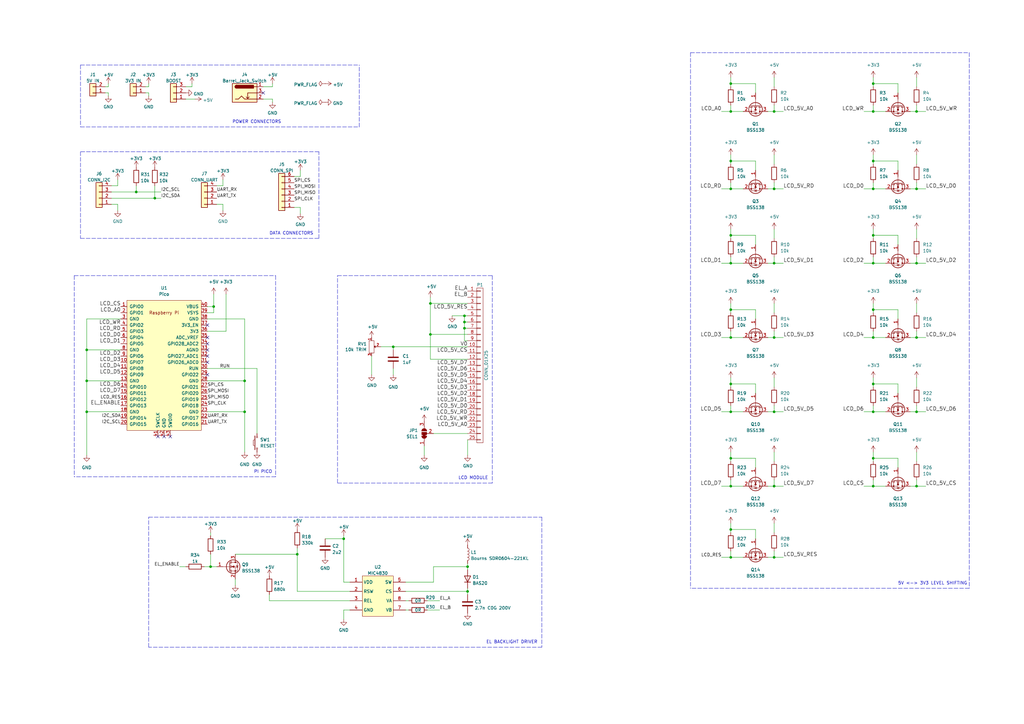
<source format=kicad_sch>
(kicad_sch (version 20211123) (generator eeschema)
  (paper "A3")
  (lib_symbols
    (symbol "Connector:Barrel_Jack_Switch" (pin_names hide)
      (property "Reference" "J" (at 0 5.334 0))
      (property "Value" "Barrel_Jack_Switch" (at 0 -5.08 0))
      (symbol "Barrel_Jack_Switch_1_1"
        (pin passive line (at 7.62 2.54 180) (length 2.54) (name "~") (number "1"))
        (pin passive line (at 7.62 -2.54 180) (length 2.54) (name "~") (number "2"))
        (pin passive line (at 7.62 0 180) (length 2.54) (name "~") (number "3"))
      )
    )
    (symbol "Connector_Generic:Conn_01x02" (pin_names (offset 1.016) hide)
      (property "Reference" "J" (at 0 2.54 0))
      (property "Value" "Conn_01x02" (at 0 -5.08 0))
      (symbol "Conn_01x02_1_1"
        (pin passive line (at -5.08 0 0) (length 3.81) (name "Pin_1") (number "1"))
        (pin passive line (at -5.08 -2.54 0) (length 3.81) (name "Pin_2") (number "2"))
      )
    )
    (symbol "Connector_Generic:Conn_01x03" (pin_names (offset 1.016) hide)
      (property "Reference" "J" (at 0 5.08 0))
      (property "Value" "Conn_01x03" (at 0 -5.08 0))
      (symbol "Conn_01x03_1_1"
        (pin passive line (at -5.08 2.54 0) (length 3.81) (name "Pin_1") (number "1"))
        (pin passive line (at -5.08 0 0) (length 3.81) (name "Pin_2") (number "2"))
        (pin passive line (at -5.08 -2.54 0) (length 3.81) (name "Pin_3") (number "3"))
      )
    )
    (symbol "Connector_Generic:Conn_01x04" (pin_names (offset 1.016) hide)
      (property "Reference" "J" (at 0 5.08 0))
      (property "Value" "Conn_01x04" (at 0 -7.62 0))
      (symbol "Conn_01x04_1_1"
        (pin passive line (at -5.08 2.54 0) (length 3.81) (name "Pin_1") (number "1"))
        (pin passive line (at -5.08 0 0) (length 3.81) (name "Pin_2") (number "2"))
        (pin passive line (at -5.08 -2.54 0) (length 3.81) (name "Pin_3") (number "3"))
        (pin passive line (at -5.08 -5.08 0) (length 3.81) (name "Pin_4") (number "4"))
      )
    )
    (symbol "Connector_Generic:Conn_01x06" (pin_names (offset 1.016) hide)
      (property "Reference" "J" (at 0 7.62 0))
      (property "Value" "Conn_01x06" (at 0 -10.16 0))
      (symbol "Conn_01x06_1_1"
        (pin passive line (at -5.08 5.08 0) (length 3.81) (name "Pin_1") (number "1"))
        (pin passive line (at -5.08 2.54 0) (length 3.81) (name "Pin_2") (number "2"))
        (pin passive line (at -5.08 0 0) (length 3.81) (name "Pin_3") (number "3"))
        (pin passive line (at -5.08 -2.54 0) (length 3.81) (name "Pin_4") (number "4"))
        (pin passive line (at -5.08 -5.08 0) (length 3.81) (name "Pin_5") (number "5"))
        (pin passive line (at -5.08 -7.62 0) (length 3.81) (name "Pin_6") (number "6"))
      )
    )
    (symbol "Device:C" (pin_numbers hide) (pin_names (offset 0.254))
      (property "Reference" "C" (at 0.635 2.54 0))
      (property "Value" "C" (at 0.635 -2.54 0))
      (symbol "C_1_1"
        (pin passive line (at 0 3.81 270) (length 2.794) (name "~") (number "1"))
        (pin passive line (at 0 -3.81 90) (length 2.794) (name "~") (number "2"))
      )
    )
    (symbol "Device:L" (pin_numbers hide) (pin_names (offset 1.016) hide)
      (property "Reference" "L" (at -1.27 0 90))
      (property "Value" "L" (at 1.905 0 90))
      (symbol "L_1_1"
        (pin passive line (at 0 3.81 270) (length 1.27) (name "1") (number "1"))
        (pin passive line (at 0 -3.81 90) (length 1.27) (name "2") (number "2"))
      )
    )
    (symbol "Device:R" (pin_numbers hide) (pin_names (offset 0))
      (property "Reference" "R" (at 2.032 0 90))
      (property "Value" "R" (at 0 0 90))
      (symbol "R_1_1"
        (pin passive line (at 0 3.81 270) (length 1.27) (name "~") (number "1"))
        (pin passive line (at 0 -3.81 90) (length 1.27) (name "~") (number "2"))
      )
    )
    (symbol "Diode:BAS20" (pin_numbers hide) (pin_names hide)
      (property "Reference" "D" (at 0 2.54 0))
      (property "Value" "BAS20" (at 0 -2.54 0))
      (symbol "BAS20_1_1"
        (pin passive line (at 3.81 0 180) (length 2.54) (name "A") (number "1"))
        (pin no_connect line (at -1.27 0 0) (length 2.54) hide (name "NC") (number "2"))
        (pin passive line (at -3.81 0 0) (length 2.54) (name "K") (number "3"))
      )
    )
    (symbol "Jumper:SolderJumper_3_Bridged12" (pin_names (offset 0) hide)
      (property "Reference" "JP" (at -2.54 -2.54 0))
      (property "Value" "SolderJumper_3_Bridged12" (at 0 2.794 0))
      (symbol "SolderJumper_3_Bridged12_1_1"
        (pin passive line (at -5.08 0 0) (length 2.54) (name "A") (number "1"))
        (pin passive line (at 0 -3.81 90) (length 2.54) (name "C") (number "2"))
        (pin passive line (at 5.08 0 180) (length 2.54) (name "B") (number "3"))
      )
    )
    (symbol "MIC4830:MIC4830"
      (property "Reference" "U2" (at 0 11.269 0))
      (property "Value" "MIC4830" (at 0 8.7321 0))
      (symbol "MIC4830_1_1"
        (pin power_in line (at -11.43 5.08 0) (length 5.08) (name "VDD") (number "1"))
        (pin input line (at -11.43 1.27 0) (length 5.08) (name "RSW") (number "2"))
        (pin input line (at -11.43 -2.54 0) (length 5.08) (name "REL") (number "3"))
        (pin power_in line (at -11.43 -6.35 0) (length 5.08) (name "GND") (number "4"))
        (pin passive line (at 11.43 5.08 180) (length 5.08) (name "SW") (number "5"))
        (pin power_out line (at 11.43 1.27 180) (length 5.08) (name "CS") (number "6"))
        (pin unspecified line (at 11.43 -6.35 180) (length 5.08) (name "VB") (number "7"))
        (pin unspecified line (at 11.43 -2.54 180) (length 5.08) (name "VA") (number "8"))
      )
    )
    (symbol "Transistor_FET:BSS138" (pin_names hide)
      (property "Reference" "Q" (at 5.08 1.905 0))
      (property "Value" "BSS138" (at 5.08 0 0))
      (symbol "BSS138_1_1"
        (pin input line (at -5.08 0 0) (length 2.54) (name "G") (number "1"))
        (pin passive line (at 2.54 -5.08 90) (length 2.54) (name "S") (number "2"))
        (pin passive line (at 2.54 5.08 270) (length 2.54) (name "D") (number "3"))
      )
    )
    (symbol "conn:CONN_01X25" (pin_names (offset 1.016) hide)
      (property "Reference" "P" (at 0 33.02 0))
      (property "Value" "CONN_01X25" (at 2.54 0 90))
      (symbol "CONN_01X25_1_1"
        (pin passive line (at -5.08 30.48 0) (length 3.81) (name "P1") (number "1"))
        (pin passive line (at -5.08 7.62 0) (length 3.81) (name "P10") (number "10"))
        (pin passive line (at -5.08 5.08 0) (length 3.81) (name "P11") (number "11"))
        (pin passive line (at -5.08 2.54 0) (length 3.81) (name "P12") (number "12"))
        (pin passive line (at -5.08 0 0) (length 3.81) (name "P13") (number "13"))
        (pin passive line (at -5.08 -2.54 0) (length 3.81) (name "P14") (number "14"))
        (pin passive line (at -5.08 -5.08 0) (length 3.81) (name "P15") (number "15"))
        (pin passive line (at -5.08 -7.62 0) (length 3.81) (name "P16") (number "16"))
        (pin passive line (at -5.08 -10.16 0) (length 3.81) (name "P17") (number "17"))
        (pin passive line (at -5.08 -12.7 0) (length 3.81) (name "P18") (number "18"))
        (pin passive line (at -5.08 -15.24 0) (length 3.81) (name "P19") (number "19"))
        (pin passive line (at -5.08 27.94 0) (length 3.81) (name "P2") (number "2"))
        (pin passive line (at -5.08 -17.78 0) (length 3.81) (name "P20") (number "20"))
        (pin passive line (at -5.08 -20.32 0) (length 3.81) (name "P21") (number "21"))
        (pin passive line (at -5.08 -22.86 0) (length 3.81) (name "P22") (number "22"))
        (pin passive line (at -5.08 -25.4 0) (length 3.81) (name "P23") (number "23"))
        (pin passive line (at -5.08 -27.94 0) (length 3.81) (name "P24") (number "24"))
        (pin passive line (at -5.08 -30.48 0) (length 3.81) (name "P25") (number "25"))
        (pin passive line (at -5.08 25.4 0) (length 3.81) (name "P3") (number "3"))
        (pin passive line (at -5.08 22.86 0) (length 3.81) (name "P4") (number "4"))
        (pin passive line (at -5.08 20.32 0) (length 3.81) (name "P5") (number "5"))
        (pin passive line (at -5.08 17.78 0) (length 3.81) (name "P6") (number "6"))
        (pin passive line (at -5.08 15.24 0) (length 3.81) (name "P7") (number "7"))
        (pin passive line (at -5.08 12.7 0) (length 3.81) (name "P8") (number "8"))
        (pin passive line (at -5.08 10.16 0) (length 3.81) (name "P9") (number "9"))
      )
    )
    (symbol "device:C" (pin_numbers hide) (pin_names (offset 0.254))
      (property "Reference" "C" (at 0.635 2.54 0))
      (property "Value" "C" (at 0.635 -2.54 0))
      (symbol "C_1_1"
        (pin passive line (at 0 3.81 270) (length 2.794) (name "~") (number "1"))
        (pin passive line (at 0 -3.81 90) (length 2.794) (name "~") (number "2"))
      )
    )
    (symbol "device:POT" (pin_names (offset 1.016) hide)
      (property "Reference" "RV" (at 0 -2.032 0))
      (property "Value" "POT" (at 0 0 0))
      (symbol "POT_1_1"
        (pin passive line (at -3.81 0 0) (length 1.27) (name "1") (number "1"))
        (pin passive line (at 0 3.81 270) (length 2.54) (name "2") (number "2"))
        (pin passive line (at 3.81 0 180) (length 1.27) (name "3") (number "3"))
      )
    )
    (symbol "device:R" (pin_numbers hide) (pin_names (offset 0))
      (property "Reference" "R" (at 2.032 0 90))
      (property "Value" "R" (at 0 0 90))
      (symbol "R_1_1"
        (pin passive line (at 0 3.81 270) (length 1.27) (name "~") (number "1"))
        (pin passive line (at 0 -3.81 90) (length 1.27) (name "~") (number "2"))
      )
    )
    (symbol "device:SW_PUSH_SMALL_H" (pin_numbers hide) (pin_names (offset 1.016) hide)
      (property "Reference" "SW" (at 2.032 2.794 0))
      (property "Value" "SW_PUSH_SMALL_H" (at 9.144 -1.524 0))
      (symbol "SW_PUSH_SMALL_H_0_1"
        (pin passive line (at -3.81 0 0) (length 1.27) (name "1") (number "1"))
        (pin passive line (at 3.81 0 180) (length 1.27) (name "2") (number "2"))
      )
    )
    (symbol "power1:+5V" (power) (pin_names (offset 0))
      (property "Value" "+5V" (at 0 3.556 0))
      (symbol "+5V_1_1"
        (pin power_in line (at 0 0 90) (length 0) hide (name "+5V") (number "1"))
      )
    )
    (symbol "power1:GND" (power) (pin_names (offset 0))
      (property "Value" "GND" (at 0 -3.81 0))
      (symbol "GND_1_1"
        (pin power_in line (at 0 0 270) (length 0) hide (name "GND") (number "1"))
      )
    )
    (symbol "power:+3V3" (power) (pin_names (offset 0))
      (property "Value" "+3V3" (at 0 3.556 0))
      (symbol "+3V3_1_1"
        (pin power_in line (at 0 0 90) (length 0) hide (name "+3V3") (number "1"))
      )
    )
    (symbol "power:+5V" (power) (pin_names (offset 0))
      (property "Value" "+5V" (at 0 3.556 0))
      (symbol "+5V_1_1"
        (pin power_in line (at 0 0 90) (length 0) hide (name "+5V") (number "1"))
      )
    )
    (symbol "power:GND" (power) (pin_names (offset 0))
      (property "Value" "GND" (at 0 -3.81 0))
      (symbol "GND_1_1"
        (pin power_in line (at 0 0 270) (length 0) hide (name "GND") (number "1"))
      )
    )
    (symbol "power:PWR_FLAG" (power) (pin_numbers hide) (pin_names (offset 0) hide)
      (property "Value" "PWR_FLAG" (at 0 3.81 0))
      (symbol "PWR_FLAG_0_0"
        (pin power_out line (at 0 0 90) (length 0) (name "pwr") (number "1"))
      )
    )
    (symbol "rp:Pico" (pin_names (offset 1.016))
      (property "Reference" "U1" (at 0 31.75 0))
      (property "Value" "Pico" (at 0 29.21 0))
      (symbol "Pico_0_0"
        (text "Raspberry Pi" (at 0 21.59 0) (effects (font (size 1.27 1.27))))
      )
      (symbol "Pico_1_1"
        (pin bidirectional line (at -17.78 24.13 0) (length 2.54) (name "GPIO0") (number "1"))
        (pin bidirectional line (at -17.78 1.27 0) (length 2.54) (name "GPIO7") (number "10"))
        (pin bidirectional line (at -17.78 -1.27 0) (length 2.54) (name "GPIO8") (number "11"))
        (pin bidirectional line (at -17.78 -3.81 0) (length 2.54) (name "GPIO9") (number "12"))
        (pin power_in line (at -17.78 -6.35 0) (length 2.54) (name "GND") (number "13"))
        (pin bidirectional line (at -17.78 -8.89 0) (length 2.54) (name "GPIO10") (number "14"))
        (pin bidirectional line (at -17.78 -11.43 0) (length 2.54) (name "GPIO11") (number "15"))
        (pin bidirectional line (at -17.78 -13.97 0) (length 2.54) (name "GPIO12") (number "16"))
        (pin bidirectional line (at -17.78 -16.51 0) (length 2.54) (name "GPIO13") (number "17"))
        (pin power_in line (at -17.78 -19.05 0) (length 2.54) (name "GND") (number "18"))
        (pin bidirectional line (at -17.78 -21.59 0) (length 2.54) (name "GPIO14") (number "19"))
        (pin bidirectional line (at -17.78 21.59 0) (length 2.54) (name "GPIO1") (number "2"))
        (pin bidirectional line (at -17.78 -24.13 0) (length 2.54) (name "GPIO15") (number "20"))
        (pin bidirectional line (at 17.78 -24.13 180) (length 2.54) (name "GPIO16") (number "21"))
        (pin bidirectional line (at 17.78 -21.59 180) (length 2.54) (name "GPIO17") (number "22"))
        (pin power_in line (at 17.78 -19.05 180) (length 2.54) (name "GND") (number "23"))
        (pin bidirectional line (at 17.78 -16.51 180) (length 2.54) (name "GPIO18") (number "24"))
        (pin bidirectional line (at 17.78 -13.97 180) (length 2.54) (name "GPIO19") (number "25"))
        (pin bidirectional line (at 17.78 -11.43 180) (length 2.54) (name "GPIO20") (number "26"))
        (pin bidirectional line (at 17.78 -8.89 180) (length 2.54) (name "GPIO21") (number "27"))
        (pin power_in line (at 17.78 -6.35 180) (length 2.54) (name "GND") (number "28"))
        (pin bidirectional line (at 17.78 -3.81 180) (length 2.54) (name "GPIO22") (number "29"))
        (pin power_in line (at -17.78 19.05 0) (length 2.54) (name "GND") (number "3"))
        (pin input line (at 17.78 -1.27 180) (length 2.54) (name "RUN") (number "30"))
        (pin bidirectional line (at 17.78 1.27 180) (length 2.54) (name "GPIO26_ADC0") (number "31"))
        (pin bidirectional line (at 17.78 3.81 180) (length 2.54) (name "GPIO27_ADC1") (number "32"))
        (pin power_in line (at 17.78 6.35 180) (length 2.54) (name "AGND") (number "33"))
        (pin bidirectional line (at 17.78 8.89 180) (length 2.54) (name "GPIO28_ADC2") (number "34"))
        (pin unspecified line (at 17.78 11.43 180) (length 2.54) (name "ADC_VREF") (number "35"))
        (pin power_out line (at 17.78 13.97 180) (length 2.54) (name "3V3") (number "36"))
        (pin input line (at 17.78 16.51 180) (length 2.54) (name "3V3_EN") (number "37"))
        (pin bidirectional line (at 17.78 19.05 180) (length 2.54) (name "GND") (number "38"))
        (pin power_in line (at 17.78 21.59 180) (length 2.54) (name "VSYS") (number "39"))
        (pin bidirectional line (at -17.78 16.51 0) (length 2.54) (name "GPIO2") (number "4"))
        (pin power_in line (at 17.78 24.13 180) (length 2.54) (name "VBUS") (number "40"))
        (pin input line (at -2.54 -29.21 90) (length 2.54) (name "SWCLK") (number "41"))
        (pin power_in line (at 0 -29.21 90) (length 2.54) (name "GND") (number "42"))
        (pin bidirectional line (at 2.54 -29.21 90) (length 2.54) (name "SWDIO") (number "43"))
        (pin bidirectional line (at -17.78 13.97 0) (length 2.54) (name "GPIO3") (number "5"))
        (pin bidirectional line (at -17.78 11.43 0) (length 2.54) (name "GPIO4") (number "6"))
        (pin bidirectional line (at -17.78 8.89 0) (length 2.54) (name "GPIO5") (number "7"))
        (pin power_in line (at -17.78 6.35 0) (length 2.54) (name "GND") (number "8"))
        (pin bidirectional line (at -17.78 3.81 0) (length 2.54) (name "GPIO6") (number "9"))
      )
    )
  )
  (junction (at 35.56 143.51))
  (junction (at 35.56 156.21))
  (junction (at 375.92 199.39))
  (junction (at 299.72 168.91))
  (junction (at 358.14 77.47))
  (junction (at 358.14 107.95))
  (junction (at 317.5 107.95))
  (junction (at 35.56 168.91))
  (junction (at 299.72 187.96))
  (junction (at 86.36 232.41))
  (junction (at 358.14 45.72))
  (junction (at 190.5 129.54))
  (junction (at 358.14 127))
  (junction (at 121.92 227.33))
  (junction (at 299.72 138.43))
  (junction (at 161.29 142.24))
  (junction (at 191.77 242.57))
  (junction (at 299.72 66.04))
  (junction (at 317.5 138.43))
  (junction (at 317.5 228.6))
  (junction (at 317.5 199.39))
  (junction (at 299.72 45.72))
  (junction (at 375.92 138.43))
  (junction (at 190.5 132.08))
  (junction (at 375.92 45.72))
  (junction (at 358.14 66.04))
  (junction (at 358.14 34.29))
  (junction (at 191.77 232.41))
  (junction (at 358.14 168.91))
  (junction (at 190.5 134.62))
  (junction (at 176.53 124.46))
  (junction (at 299.72 199.39))
  (junction (at 100.33 168.91))
  (junction (at 299.72 228.6))
  (junction (at 299.72 34.29))
  (junction (at 358.14 96.52))
  (junction (at 63.5 81.28))
  (junction (at 100.33 156.21))
  (junction (at 176.53 137.16))
  (junction (at 358.14 157.48))
  (junction (at 317.5 168.91))
  (junction (at 299.72 96.52))
  (junction (at 375.92 77.47))
  (junction (at 317.5 77.47))
  (junction (at 299.72 107.95))
  (junction (at 299.72 127))
  (junction (at 299.72 217.17))
  (junction (at 299.72 157.48))
  (junction (at 299.72 77.47))
  (junction (at 140.97 220.98))
  (junction (at 358.14 138.43))
  (junction (at 358.14 187.96))
  (junction (at 358.14 199.39))
  (junction (at 375.92 107.95))
  (junction (at 375.92 168.91))
  (junction (at 317.5 45.72))
  (junction (at 55.88 78.74))
  (junction (at 87.63 125.73))
  (no_connect (at 85.09 143.51))
  (no_connect (at 85.09 146.05))
  (no_connect (at 85.09 140.97))
  (no_connect (at 85.09 148.59))
  (no_connect (at 67.31 179.07))
  (no_connect (at 64.77 179.07))
  (no_connect (at 69.85 179.07))
  (no_connect (at 107.95 38.1))
  (no_connect (at 85.09 153.67))
  (no_connect (at 85.09 138.43))
  (no_connect (at 85.09 133.35))
  (wire (pts (xy 299.72 96.52) (xy 299.72 97.79)))
  (wire (pts (xy 358.14 196.85) (xy 358.14 199.39)))
  (wire (pts (xy 166.37 238.76) (xy 177.8 238.76)))
  (wire (pts (xy 299.72 168.91) (xy 304.8 168.91)))
  (wire (pts (xy 358.14 96.52) (xy 358.14 97.79)))
  (wire (pts (xy 295.91 45.72) (xy 299.72 45.72)))
  (wire (pts (xy 368.3 96.52) (xy 368.3 100.33)))
  (wire (pts (xy 358.14 157.48) (xy 368.3 157.48)))
  (wire (pts (xy 299.72 228.6) (xy 304.8 228.6)))
  (wire (pts (xy 373.38 168.91) (xy 375.92 168.91)))
  (wire (pts (xy 358.14 31.75) (xy 358.14 34.29)))
  (polyline (pts (xy 113.03 113.03) (xy 113.03 195.58)))
  (wire (pts (xy 299.72 34.29) (xy 309.88 34.29)))
  (wire (pts (xy 299.72 93.98) (xy 299.72 96.52)))
  (wire (pts (xy 375.92 135.89) (xy 375.92 138.43)))
  (wire (pts (xy 375.92 166.37) (xy 375.92 168.91)))
  (wire (pts (xy 110.49 246.38) (xy 143.51 246.38)))
  (wire (pts (xy 317.5 166.37) (xy 317.5 168.91)))
  (wire (pts (xy 63.5 76.2) (xy 63.5 81.28)))
  (wire (pts (xy 48.26 76.2) (xy 48.26 73.66)))
  (wire (pts (xy 375.92 107.95) (xy 379.73 107.95)))
  (wire (pts (xy 66.04 78.74) (xy 55.88 78.74)))
  (polyline (pts (xy 30.48 113.03) (xy 30.48 195.58)))
  (wire (pts (xy 123.19 85.09) (xy 123.19 87.63)))
  (wire (pts (xy 295.91 138.43) (xy 299.72 138.43)))
  (wire (pts (xy 375.92 63.5) (xy 375.92 67.31)))
  (wire (pts (xy 354.33 138.43) (xy 358.14 138.43)))
  (wire (pts (xy 299.72 157.48) (xy 309.88 157.48)))
  (polyline (pts (xy 130.81 97.79) (xy 130.81 62.23)))
  (wire (pts (xy 299.72 166.37) (xy 299.72 168.91)))
  (wire (pts (xy 358.14 66.04) (xy 358.14 67.31)))
  (wire (pts (xy 299.72 66.04) (xy 309.88 66.04)))
  (polyline (pts (xy 283.21 21.59) (xy 283.21 241.3)))
  (wire (pts (xy 317.5 45.72) (xy 321.31 45.72)))
  (wire (pts (xy 78.74 34.29) (xy 78.74 35.56)))
  (wire (pts (xy 85.09 151.13) (xy 105.41 151.13)))
  (wire (pts (xy 368.3 66.04) (xy 368.3 69.85)))
  (wire (pts (xy 121.92 224.79) (xy 121.92 227.33)))
  (wire (pts (xy 299.72 187.96) (xy 299.72 189.23)))
  (wire (pts (xy 85.09 130.81) (xy 100.33 130.81)))
  (wire (pts (xy 358.14 66.04) (xy 368.3 66.04)))
  (wire (pts (xy 176.53 137.16) (xy 191.77 137.16)))
  (wire (pts (xy 317.5 63.5) (xy 317.5 67.31)))
  (wire (pts (xy 317.5 43.18) (xy 317.5 45.72)))
  (wire (pts (xy 317.5 74.93) (xy 317.5 77.47)))
  (wire (pts (xy 87.63 120.65) (xy 87.63 125.73)))
  (polyline (pts (xy 397.51 21.59) (xy 397.51 241.3)))
  (wire (pts (xy 190.5 129.54) (xy 190.5 132.08)))
  (wire (pts (xy 86.36 218.44) (xy 86.36 219.71)))
  (wire (pts (xy 299.72 187.96) (xy 309.88 187.96)))
  (wire (pts (xy 44.45 39.37) (xy 44.45 38.1)))
  (wire (pts (xy 375.92 168.91) (xy 379.73 168.91)))
  (wire (pts (xy 317.5 185.42) (xy 317.5 189.23)))
  (wire (pts (xy 140.97 220.98) (xy 140.97 238.76)))
  (wire (pts (xy 161.29 142.24) (xy 161.29 143.51)))
  (wire (pts (xy 299.72 217.17) (xy 309.88 217.17)))
  (wire (pts (xy 85.09 168.91) (xy 100.33 168.91)))
  (wire (pts (xy 299.72 154.94) (xy 299.72 157.48)))
  (wire (pts (xy 44.45 34.29) (xy 44.45 35.56)))
  (wire (pts (xy 96.52 227.33) (xy 121.92 227.33)))
  (wire (pts (xy 140.97 219.71) (xy 140.97 220.98)))
  (polyline (pts (xy 30.48 113.03) (xy 113.03 113.03)))
  (wire (pts (xy 358.14 34.29) (xy 358.14 35.56)))
  (wire (pts (xy 55.88 78.74) (xy 45.72 78.74)))
  (wire (pts (xy 175.26 246.38) (xy 180.34 246.38)))
  (wire (pts (xy 358.14 107.95) (xy 363.22 107.95)))
  (wire (pts (xy 83.82 232.41) (xy 86.36 232.41)))
  (wire (pts (xy 176.53 147.32) (xy 191.77 147.32)))
  (wire (pts (xy 45.72 83.82) (xy 48.26 83.82)))
  (polyline (pts (xy 60.96 212.09) (xy 222.25 212.09)))
  (wire (pts (xy 317.5 168.91) (xy 321.31 168.91)))
  (wire (pts (xy 107.95 35.56) (xy 111.76 35.56)))
  (wire (pts (xy 299.72 124.46) (xy 299.72 127)))
  (wire (pts (xy 88.9 76.2) (xy 91.44 76.2)))
  (wire (pts (xy 100.33 156.21) (xy 100.33 168.91)))
  (wire (pts (xy 60.96 34.29) (xy 60.96 35.56)))
  (wire (pts (xy 190.5 132.08) (xy 190.5 134.62)))
  (wire (pts (xy 299.72 127) (xy 309.88 127)))
  (polyline (pts (xy 60.96 265.43) (xy 60.96 212.09)))
  (wire (pts (xy 299.72 31.75) (xy 299.72 34.29)))
  (wire (pts (xy 35.56 143.51) (xy 35.56 156.21)))
  (wire (pts (xy 123.19 69.85) (xy 123.19 72.39)))
  (wire (pts (xy 375.92 196.85) (xy 375.92 199.39)))
  (wire (pts (xy 375.92 31.75) (xy 375.92 35.56)))
  (wire (pts (xy 358.14 199.39) (xy 363.22 199.39)))
  (wire (pts (xy 317.5 228.6) (xy 321.31 228.6)))
  (wire (pts (xy 35.56 168.91) (xy 49.53 168.91)))
  (wire (pts (xy 375.92 77.47) (xy 379.73 77.47)))
  (wire (pts (xy 358.14 45.72) (xy 363.22 45.72)))
  (wire (pts (xy 375.92 138.43) (xy 379.73 138.43)))
  (wire (pts (xy 191.77 242.57) (xy 191.77 241.3)))
  (wire (pts (xy 295.91 199.39) (xy 299.72 199.39)))
  (wire (pts (xy 35.56 156.21) (xy 35.56 168.91)))
  (wire (pts (xy 190.5 129.54) (xy 191.77 129.54)))
  (wire (pts (xy 105.41 151.13) (xy 105.41 177.8)))
  (wire (pts (xy 91.44 83.82) (xy 91.44 86.36)))
  (wire (pts (xy 295.91 228.6) (xy 299.72 228.6)))
  (wire (pts (xy 299.72 63.5) (xy 299.72 66.04)))
  (wire (pts (xy 190.5 139.7) (xy 191.77 139.7)))
  (wire (pts (xy 358.14 166.37) (xy 358.14 168.91)))
  (wire (pts (xy 299.72 96.52) (xy 309.88 96.52)))
  (polyline (pts (xy 33.02 26.67) (xy 147.32 26.67)))
  (wire (pts (xy 358.14 63.5) (xy 358.14 66.04)))
  (wire (pts (xy 358.14 138.43) (xy 363.22 138.43)))
  (wire (pts (xy 317.5 124.46) (xy 317.5 128.27)))
  (wire (pts (xy 86.36 232.41) (xy 88.9 232.41)))
  (wire (pts (xy 87.63 128.27) (xy 87.63 125.73)))
  (wire (pts (xy 358.14 168.91) (xy 363.22 168.91)))
  (wire (pts (xy 86.36 227.33) (xy 86.36 232.41)))
  (wire (pts (xy 176.53 137.16) (xy 176.53 147.32)))
  (wire (pts (xy 375.92 43.18) (xy 375.92 45.72)))
  (wire (pts (xy 358.14 105.41) (xy 358.14 107.95)))
  (wire (pts (xy 373.38 138.43) (xy 375.92 138.43)))
  (wire (pts (xy 314.96 138.43) (xy 317.5 138.43)))
  (wire (pts (xy 35.56 156.21) (xy 49.53 156.21)))
  (wire (pts (xy 111.76 40.64) (xy 111.76 41.91)))
  (wire (pts (xy 309.88 157.48) (xy 309.88 161.29)))
  (wire (pts (xy 76.2 40.64) (xy 80.01 40.64)))
  (wire (pts (xy 299.72 107.95) (xy 304.8 107.95)))
  (wire (pts (xy 299.72 66.04) (xy 299.72 67.31)))
  (polyline (pts (xy 222.25 265.43) (xy 60.96 265.43)))
  (wire (pts (xy 191.77 232.41) (xy 191.77 233.68)))
  (wire (pts (xy 309.88 96.52) (xy 309.88 100.33)))
  (wire (pts (xy 166.37 250.19) (xy 167.64 250.19)))
  (wire (pts (xy 317.5 77.47) (xy 321.31 77.47)))
  (wire (pts (xy 175.26 250.19) (xy 180.34 250.19)))
  (wire (pts (xy 133.35 220.98) (xy 140.97 220.98)))
  (wire (pts (xy 358.14 124.46) (xy 358.14 127)))
  (wire (pts (xy 317.5 214.63) (xy 317.5 218.44)))
  (wire (pts (xy 317.5 31.75) (xy 317.5 35.56)))
  (wire (pts (xy 314.96 168.91) (xy 317.5 168.91)))
  (wire (pts (xy 314.96 77.47) (xy 317.5 77.47)))
  (wire (pts (xy 35.56 130.81) (xy 35.56 143.51)))
  (wire (pts (xy 78.74 35.56) (xy 76.2 35.56)))
  (wire (pts (xy 368.3 34.29) (xy 368.3 38.1)))
  (wire (pts (xy 358.14 185.42) (xy 358.14 187.96)))
  (wire (pts (xy 191.77 186.69) (xy 191.77 180.34)))
  (polyline (pts (xy 138.43 198.12) (xy 138.43 113.03)))
  (wire (pts (xy 358.14 135.89) (xy 358.14 138.43)))
  (wire (pts (xy 166.37 246.38) (xy 167.64 246.38)))
  (wire (pts (xy 299.72 157.48) (xy 299.72 158.75)))
  (wire (pts (xy 299.72 138.43) (xy 304.8 138.43)))
  (wire (pts (xy 161.29 151.13) (xy 161.29 153.67)))
  (wire (pts (xy 295.91 77.47) (xy 299.72 77.47)))
  (wire (pts (xy 120.65 85.09) (xy 123.19 85.09)))
  (wire (pts (xy 309.88 66.04) (xy 309.88 69.85)))
  (polyline (pts (xy 33.02 26.67) (xy 33.02 52.07)))
  (wire (pts (xy 35.56 168.91) (xy 35.56 186.69)))
  (polyline (pts (xy 397.51 241.3) (xy 283.21 241.3)))
  (wire (pts (xy 299.72 226.06) (xy 299.72 228.6)))
  (wire (pts (xy 309.88 187.96) (xy 309.88 191.77)))
  (polyline (pts (xy 147.32 52.07) (xy 147.32 26.67)))
  (wire (pts (xy 358.14 154.94) (xy 358.14 157.48)))
  (wire (pts (xy 299.72 196.85) (xy 299.72 199.39)))
  (wire (pts (xy 354.33 168.91) (xy 358.14 168.91)))
  (wire (pts (xy 45.72 76.2) (xy 48.26 76.2)))
  (wire (pts (xy 317.5 226.06) (xy 317.5 228.6)))
  (wire (pts (xy 60.96 35.56) (xy 59.69 35.56)))
  (wire (pts (xy 190.5 134.62) (xy 190.5 139.7)))
  (polyline (pts (xy 283.21 21.59) (xy 397.51 21.59)))
  (wire (pts (xy 299.72 77.47) (xy 304.8 77.47)))
  (wire (pts (xy 358.14 43.18) (xy 358.14 45.72)))
  (wire (pts (xy 354.33 199.39) (xy 358.14 199.39)))
  (wire (pts (xy 317.5 154.94) (xy 317.5 158.75)))
  (polyline (pts (xy 113.03 195.58) (xy 30.48 195.58)))
  (wire (pts (xy 299.72 185.42) (xy 299.72 187.96)))
  (wire (pts (xy 317.5 138.43) (xy 321.31 138.43)))
  (polyline (pts (xy 130.81 62.23) (xy 33.02 62.23)))
  (wire (pts (xy 48.26 83.82) (xy 48.26 86.36)))
  (polyline (pts (xy 201.93 113.03) (xy 201.93 198.12)))
  (wire (pts (xy 317.5 107.95) (xy 321.31 107.95)))
  (wire (pts (xy 123.19 72.39) (xy 120.65 72.39)))
  (wire (pts (xy 121.92 242.57) (xy 143.51 242.57)))
  (wire (pts (xy 317.5 93.98) (xy 317.5 97.79)))
  (wire (pts (xy 156.21 142.24) (xy 161.29 142.24)))
  (wire (pts (xy 299.72 74.93) (xy 299.72 77.47)))
  (wire (pts (xy 66.04 81.28) (xy 63.5 81.28)))
  (wire (pts (xy 191.77 242.57) (xy 191.77 243.84)))
  (wire (pts (xy 143.51 250.19) (xy 140.97 250.19)))
  (wire (pts (xy 299.72 214.63) (xy 299.72 217.17)))
  (wire (pts (xy 100.33 168.91) (xy 100.33 185.42)))
  (wire (pts (xy 299.72 45.72) (xy 304.8 45.72)))
  (wire (pts (xy 373.38 77.47) (xy 375.92 77.47)))
  (wire (pts (xy 60.96 38.1) (xy 59.69 38.1)))
  (wire (pts (xy 375.92 124.46) (xy 375.92 128.27)))
  (wire (pts (xy 176.53 124.46) (xy 176.53 137.16)))
  (wire (pts (xy 299.72 34.29) (xy 299.72 35.56)))
  (wire (pts (xy 354.33 45.72) (xy 358.14 45.72)))
  (wire (pts (xy 368.3 187.96) (xy 368.3 191.77)))
  (polyline (pts (xy 33.02 62.23) (xy 33.02 97.79)))
  (wire (pts (xy 317.5 199.39) (xy 321.31 199.39)))
  (wire (pts (xy 35.56 143.51) (xy 49.53 143.51)))
  (wire (pts (xy 299.72 199.39) (xy 304.8 199.39)))
  (wire (pts (xy 375.92 185.42) (xy 375.92 189.23)))
  (wire (pts (xy 110.49 246.38) (xy 110.49 243.84)))
  (wire (pts (xy 140.97 238.76) (xy 143.51 238.76)))
  (wire (pts (xy 317.5 105.41) (xy 317.5 107.95)))
  (wire (pts (xy 375.92 105.41) (xy 375.92 107.95)))
  (polyline (pts (xy 138.43 113.03) (xy 201.93 113.03)))
  (wire (pts (xy 111.76 35.56) (xy 111.76 34.29)))
  (wire (pts (xy 173.99 186.69) (xy 173.99 182.88)))
  (wire (pts (xy 373.38 45.72) (xy 375.92 45.72)))
  (wire (pts (xy 373.38 107.95) (xy 375.92 107.95)))
  (wire (pts (xy 299.72 217.17) (xy 299.72 218.44)))
  (wire (pts (xy 92.71 120.65) (xy 92.71 135.89)))
  (wire (pts (xy 185.42 129.54) (xy 190.5 129.54)))
  (wire (pts (xy 358.14 74.93) (xy 358.14 77.47)))
  (wire (pts (xy 44.45 35.56) (xy 43.18 35.56)))
  (wire (pts (xy 299.72 105.41) (xy 299.72 107.95)))
  (wire (pts (xy 358.14 93.98) (xy 358.14 96.52)))
  (wire (pts (xy 85.09 135.89) (xy 92.71 135.89)))
  (wire (pts (xy 358.14 157.48) (xy 358.14 158.75)))
  (wire (pts (xy 152.4 153.67) (xy 152.4 146.05)))
  (wire (pts (xy 358.14 34.29) (xy 368.3 34.29)))
  (wire (pts (xy 358.14 187.96) (xy 368.3 187.96)))
  (wire (pts (xy 368.3 157.48) (xy 368.3 161.29)))
  (polyline (pts (xy 201.93 198.12) (xy 138.43 198.12)))
  (wire (pts (xy 373.38 199.39) (xy 375.92 199.39)))
  (wire (pts (xy 91.44 76.2) (xy 91.44 73.66)))
  (wire (pts (xy 85.09 156.21) (xy 100.33 156.21)))
  (wire (pts (xy 88.9 83.82) (xy 91.44 83.82)))
  (wire (pts (xy 176.53 124.46) (xy 191.77 124.46)))
  (wire (pts (xy 100.33 130.81) (xy 100.33 156.21)))
  (wire (pts (xy 55.88 76.2) (xy 55.88 78.74)))
  (wire (pts (xy 317.5 135.89) (xy 317.5 138.43)))
  (wire (pts (xy 166.37 242.57) (xy 191.77 242.57)))
  (wire (pts (xy 358.14 96.52) (xy 368.3 96.52)))
  (wire (pts (xy 177.8 177.8) (xy 191.77 177.8)))
  (wire (pts (xy 190.5 134.62) (xy 191.77 134.62)))
  (wire (pts (xy 309.88 127) (xy 309.88 130.81)))
  (wire (pts (xy 314.96 228.6) (xy 317.5 228.6)))
  (wire (pts (xy 354.33 77.47) (xy 358.14 77.47)))
  (wire (pts (xy 314.96 45.72) (xy 317.5 45.72)))
  (wire (pts (xy 317.5 196.85) (xy 317.5 199.39)))
  (wire (pts (xy 299.72 43.18) (xy 299.72 45.72)))
  (wire (pts (xy 49.53 130.81) (xy 35.56 130.81)))
  (wire (pts (xy 191.77 232.41) (xy 191.77 231.14)))
  (wire (pts (xy 73.66 232.41) (xy 76.2 232.41)))
  (wire (pts (xy 314.96 199.39) (xy 317.5 199.39)))
  (wire (pts (xy 354.33 107.95) (xy 358.14 107.95)))
  (wire (pts (xy 358.14 187.96) (xy 358.14 189.23)))
  (wire (pts (xy 295.91 107.95) (xy 299.72 107.95)))
  (wire (pts (xy 299.72 135.89) (xy 299.72 138.43)))
  (wire (pts (xy 358.14 77.47) (xy 363.22 77.47)))
  (wire (pts (xy 85.09 128.27) (xy 87.63 128.27)))
  (wire (pts (xy 309.88 217.17) (xy 309.88 220.98)))
  (wire (pts (xy 375.92 74.93) (xy 375.92 77.47)))
  (polyline (pts (xy 33.02 97.79) (xy 130.81 97.79)))
  (wire (pts (xy 375.92 154.94) (xy 375.92 158.75)))
  (wire (pts (xy 375.92 199.39) (xy 379.73 199.39)))
  (wire (pts (xy 107.95 40.64) (xy 111.76 40.64)))
  (wire (pts (xy 177.8 232.41) (xy 191.77 232.41)))
  (wire (pts (xy 60.96 39.37) (xy 60.96 38.1)))
  (wire (pts (xy 309.88 34.29) (xy 309.88 38.1)))
  (wire (pts (xy 375.92 93.98) (xy 375.92 97.79)))
  (polyline (pts (xy 222.25 212.09) (xy 222.25 265.43)))
  (wire (pts (xy 177.8 238.76) (xy 177.8 232.41)))
  (wire (pts (xy 121.92 227.33) (xy 121.92 242.57)))
  (wire (pts (xy 358.14 127) (xy 368.3 127)))
  (wire (pts (xy 85.09 125.73) (xy 87.63 125.73)))
  (wire (pts (xy 63.5 81.28) (xy 45.72 81.28)))
  (wire (pts (xy 96.52 240.03) (xy 96.52 237.49)))
  (wire (pts (xy 44.45 38.1) (xy 43.18 38.1)))
  (wire (pts (xy 295.91 168.91) (xy 299.72 168.91)))
  (wire (pts (xy 140.97 250.19) (xy 140.97 254)))
  (wire (pts (xy 176.53 121.92) (xy 176.53 124.46)))
  (polyline (pts (xy 33.02 52.07) (xy 147.32 52.07)))
  (wire (pts (xy 358.14 127) (xy 358.14 128.27)))
  (wire (pts (xy 368.3 127) (xy 368.3 130.81)))
  (wire (pts (xy 375.92 45.72) (xy 379.73 45.72)))
  (wire (pts (xy 314.96 107.95) (xy 317.5 107.95)))
  (wire (pts (xy 161.29 142.24) (xy 191.77 142.24)))
  (wire (pts (xy 191.77 132.08) (xy 190.5 132.08)))
  (wire (pts (xy 299.72 127) (xy 299.72 128.27)))
  (text "PI PICO" (at 104.14 194.31 0) (effects (font (size 1.27 1.27)) (justify left bottom)))
  (text "DATA CONNECTORS" (at 110.49 96.52 0) (effects (font (size 1.27 1.27)) (justify left bottom)))
  (text "POWER CONNECTORS" (at 95.25 50.8 0) (effects (font (size 1.27 1.27)) (justify left bottom)))
  (text "5V <-> 3V3 LEVEL SHIFTING" (at 368.3 240.03 0) (effects (font (size 1.27 1.27)) (justify left bottom)))
  (text "EL BACKLIGHT DRIVER" (at 199.39 264.16 0) (effects (font (size 1.27 1.27)) (justify left bottom)))
  (text "LCD MODULE" (at 187.96 196.85 0) (effects (font (size 1.27 1.27)) (justify left bottom)))
  (label "UART_RX" (at 88.9 78.74 0))
  (label "LCD_D3" (at 295.91 138.43 180) (effects (font (size 1.524 1.524))))
  (label "EL_B" (at 180.34 250.19 0))
  (label "UART_TX" (at 85.09 173.99 0))
  (label "LCD_D5" (at 49.53 153.67 180) (effects (font (size 1.524 1.524))))
  (label "LCD_D2" (at 49.53 146.05 180) (effects (font (size 1.524 1.524))))
  (label "LCD_D7" (at 49.53 161.29 180) (effects (font (size 1.524 1.524))))
  (label "LCD_D1" (at 295.91 107.95 180) (effects (font (size 1.524 1.524))))
  (label "LCD_RES" (at 295.91 228.6 180))
  (label "LCD_RES" (at 49.53 163.83 180))
  (label "LCD_CS" (at 354.33 199.39 180) (effects (font (size 1.524 1.524))))
  (label "EL_ENABLE" (at 49.53 166.37 180) (effects (font (size 1.524 1.524))))
  (label "I2C_SCL" (at 49.53 173.99 180))
  (label "LCD_5V_WR" (at 379.73 45.72 0) (effects (font (size 1.524 1.524))))
  (label "LCD_D2" (at 354.33 107.95 180) (effects (font (size 1.524 1.524))))
  (label "SPI_CLK" (at 85.09 166.37 0))
  (label "LCD_D4" (at 354.33 138.43 180) (effects (font (size 1.524 1.524))))
  (label "LCD_5V_RD" (at 321.31 77.47 0) (effects (font (size 1.524 1.524))))
  (label "LCD_D1" (at 49.53 140.97 180) (effects (font (size 1.524 1.524))))
  (label "LCD_CS" (at 49.53 125.73 180) (effects (font (size 1.524 1.524))))
  (label "UART_RX" (at 85.09 171.45 0))
  (label "I2C_SDA" (at 66.04 81.28 0))
  (label "SPI_MOSI" (at 120.65 77.47 0))
  (label "LCD_5V_D2" (at 379.73 107.95 0) (effects (font (size 1.524 1.524))))
  (label "LCD_5V_D3" (at 321.31 138.43 0) (effects (font (size 1.524 1.524))))
  (label "EL_A" (at 191.77 119.38 180) (effects (font (size 1.524 1.524))))
  (label "LCD_D0" (at 49.53 138.43 180) (effects (font (size 1.524 1.524))))
  (label "LCD_5V_A0" (at 321.31 45.72 0) (effects (font (size 1.524 1.524))))
  (label "LCD_5V_D4" (at 379.73 138.43 0) (effects (font (size 1.524 1.524))))
  (label "LCD_5V_D7" (at 191.77 149.86 180) (effects (font (size 1.524 1.524))))
  (label "LCD_D4" (at 49.53 151.13 180) (effects (font (size 1.524 1.524))))
  (label "LCD_A0" (at 49.53 128.27 180) (effects (font (size 1.524 1.524))))
  (label "I2C_SDA" (at 49.53 171.45 180))
  (label "LCD_5V_D2" (at 191.77 162.56 180) (effects (font (size 1.524 1.524))))
  (label "LCD_5V_CS" (at 379.73 199.39 0) (effects (font (size 1.524 1.524))))
  (label "LCD_5V_WR" (at 191.77 172.72 180) (effects (font (size 1.524 1.524))))
  (label "LCD_5V_D4" (at 191.77 157.48 180) (effects (font (size 1.524 1.524))))
  (label "LCD_RD" (at 49.53 135.89 180) (effects (font (size 1.524 1.524))))
  (label "LCD_5V_RD" (at 191.77 170.18 180) (effects (font (size 1.524 1.524))))
  (label "SPI_CS" (at 85.09 158.75 0))
  (label "LCD_5V_D6" (at 379.73 168.91 0) (effects (font (size 1.524 1.524))))
  (label "LCD_5V_D5" (at 191.77 154.94 180) (effects (font (size 1.524 1.524))))
  (label "EL_ENABLE" (at 73.66 232.41 180))
  (label "LCD_5V_D6" (at 191.77 152.4 180) (effects (font (size 1.524 1.524))))
  (label "RUN" (at 90.17 151.13 0))
  (label "LCD_D6" (at 49.53 158.75 180) (effects (font (size 1.524 1.524))))
  (label "SPI_CS" (at 120.65 74.93 0))
  (label "LCD_D6" (at 354.33 168.91 180) (effects (font (size 1.524 1.524))))
  (label "LCD_5V_D7" (at 321.31 199.39 0) (effects (font (size 1.524 1.524))))
  (label "EL_B" (at 191.77 121.92 180) (effects (font (size 1.524 1.524))))
  (label "EL_A" (at 180.34 246.38 0))
  (label "LCD_5V_A0" (at 191.77 175.26 180) (effects (font (size 1.524 1.524))))
  (label "V0" (at 191.77 142.24 180) (effects (font (size 1.524 1.524))))
  (label "SPI_MOSI" (at 85.09 161.29 0))
  (label "LCD_5V_D3" (at 191.77 160.02 180) (effects (font (size 1.524 1.524))))
  (label "LCD_D3" (at 49.53 148.59 180) (effects (font (size 1.524 1.524))))
  (label "LCD_5V_D0" (at 191.77 167.64 180) (effects (font (size 1.524 1.524))))
  (label "LCD_WR" (at 354.33 45.72 180) (effects (font (size 1.524 1.524))))
  (label "SPI_MISO" (at 85.09 163.83 0))
  (label "SPI_MISO" (at 120.65 80.01 0))
  (label "SPI_CLK" (at 120.65 82.55 0))
  (label "LCD_5V_D1" (at 191.77 165.1 180) (effects (font (size 1.524 1.524))))
  (label "LCD_5V_D1" (at 321.31 107.95 0) (effects (font (size 1.524 1.524))))
  (label "LCD_D7" (at 295.91 199.39 180) (effects (font (size 1.524 1.524))))
  (label "LCD_5V_RES" (at 191.77 127 180) (effects (font (size 1.524 1.524))))
  (label "LCD_5V_CS" (at 191.77 144.78 180) (effects (font (size 1.524 1.524))))
  (label "LCD_5V_D0" (at 379.73 77.47 0) (effects (font (size 1.524 1.524))))
  (label "LCD_5V_RES" (at 321.31 228.6 0) (effects (font (size 1.524 1.524))))
  (label "LCD_WR" (at 49.53 133.35 180) (effects (font (size 1.524 1.524))))
  (label "LCD_RD" (at 295.91 77.47 180) (effects (font (size 1.524 1.524))))
  (label "LCD_D0" (at 354.33 77.47 180) (effects (font (size 1.524 1.524))))
  (label "LCD_A0" (at 295.91 45.72 180) (effects (font (size 1.524 1.524))))
  (label "LCD_D5" (at 295.91 168.91 180) (effects (font (size 1.524 1.524))))
  (label "I2C_SCL" (at 66.04 78.74 0))
  (label "UART_TX" (at 88.9 81.28 0))
  (label "LCD_5V_D5" (at 321.31 168.91 0) (effects (font (size 1.524 1.524))))
  (symbol (lib_id "conn:CONN_01X25") (at 196.85 149.86 0) (unit 1)
    (property "Reference" "P1" (at 196.85 116.84 0))
    (property "Value" "CONN_01X25" (at 199.39 149.86 90))
    (property "Footprint" "footprints:lcd_full" (effects hide))
  )
  (symbol (lib_id "power1:+5V") (at 176.53 121.92 0) (unit 1)
    (property "Reference" "#PWR0111" (effects hide))
    (property "Value" "+5V" (at 176.911 117.5258 0))
  )
  (symbol (lib_id "power1:GND") (at 185.42 129.54 0) (unit 1)
    (property "Reference" "#PWR0112" (effects hide))
    (property "Value" "GND" (at 185.547 133.9342 0))
  )
  (symbol (lib_id "device:POT") (at 152.4 142.24 270) (unit 1)
    (property "Reference" "RV1" (at 150.4442 141.0716 90) (effects (justify right)))
    (property "Value" "10k TRIM" (at 150.4442 143.383 90) (effects (justify right)))
    (property "Footprint" "Potentiometer_THT:Potentiometer_Bourns_3386F_Vertical" (effects hide))
  )
  (symbol (lib_id "power1:GND") (at 152.4 153.67 0) (unit 1)
    (property "Reference" "#PWR0113" (effects hide))
    (property "Value" "GND" (at 152.527 158.0642 0))
  )
  (symbol (lib_id "power1:GND") (at 191.77 186.69 0) (unit 1)
    (property "Reference" "#PWR0114" (effects hide))
    (property "Value" "GND" (at 191.897 191.0842 0))
  )
  (symbol (lib_id "power1:+5V") (at 152.4 138.43 0) (unit 1)
    (property "Reference" "#PWR0115" (effects hide))
    (property "Value" "+5V" (at 152.781 134.0358 0))
  )
  (symbol (lib_id "power:+3V3") (at 60.96 34.29 0) (unit 1)
    (property "Reference" "#PWR02" (effects hide))
    (property "Value" "+3V3" (at 60.96 30.7142 0))
  )
  (symbol (lib_id "Device:R") (at 171.45 250.19 90) (unit 1)
    (property "Reference" "R30" (at 176.53 248.92 90))
    (property "Value" "0R" (at 171.45 250.19 90))
    (property "Footprint" "Resistor_SMD:R_1206_3216Metric_Pad1.30x1.75mm_HandSolder" (effects hide))
  )
  (symbol (lib_id "power:GND") (at 100.33 185.42 0) (unit 1)
    (property "Reference" "#PWR0101" (effects hide))
    (property "Value" "GND" (at 100.33 190.5 0))
  )
  (symbol (lib_id "Transistor_FET:BSS138") (at 368.3 74.93 270) (unit 1)
    (property "Reference" "Q4" (at 368.3 82.55 90))
    (property "Value" "BSS138" (at 368.3 85.09 90))
    (property "Footprint" "Package_TO_SOT_SMD:SOT-23" (effects hide))
    (property "Datasheet" "https://www.onsemi.com/pub/Collateral/BSS138-D.PDF" (effects hide))
  )
  (symbol (lib_id "Device:C") (at 133.35 224.79 0) (unit 1)
    (property "Reference" "C2" (at 136.271 223.9553 0) (effects (justify left)))
    (property "Value" "2u2" (at 136.271 226.4922 0) (effects (justify left)))
    (property "Footprint" "Capacitor_SMD:C_0805_2012Metric" (effects hide))
  )
  (symbol (lib_id "power:+3V3") (at 78.74 34.29 0) (unit 1)
    (property "Reference" "#PWR03" (effects hide))
    (property "Value" "+3V3" (at 78.74 30.7142 0))
  )
  (symbol (lib_id "power:GND") (at 111.76 41.91 0) (unit 1)
    (property "Reference" "#PWR09" (effects hide))
    (property "Value" "GND" (at 111.76 46.3534 0))
  )
  (symbol (lib_id "Connector_Generic:Conn_01x02") (at 38.1 38.1 180) (unit 1)
    (property "Reference" "J1" (at 38.1 30.5902 0))
    (property "Value" "5V IN" (at 38.1 33.1271 0))
    (property "Footprint" "Connector_PinHeader_2.54mm:PinHeader_1x02_P2.54mm_Vertical" (effects hide))
  )
  (symbol (lib_id "power:+3V3") (at 299.72 154.94 0) (unit 1)
    (property "Reference" "#PWR0140" (effects hide))
    (property "Value" "+3V3" (at 299.72 149.86 0))
  )
  (symbol (lib_id "power:+5V") (at 317.5 124.46 0) (unit 1)
    (property "Reference" "#PWR0125" (effects hide))
    (property "Value" "+5V" (at 317.5 119.38 0))
  )
  (symbol (lib_id "power:+3V3") (at 299.72 93.98 0) (unit 1)
    (property "Reference" "#PWR0122" (effects hide))
    (property "Value" "+3V3" (at 299.72 88.9 0))
  )
  (symbol (lib_id "power:+3V3") (at 358.14 63.5 0) (unit 1)
    (property "Reference" "#PWR0130" (effects hide))
    (property "Value" "+3V3" (at 358.14 58.42 0))
  )
  (symbol (lib_id "power:+5V") (at 317.5 63.5 0) (unit 1)
    (property "Reference" "#PWR0126" (effects hide))
    (property "Value" "+5V" (at 317.5 58.42 0))
  )
  (symbol (lib_id "power:+5V") (at 317.5 31.75 0) (unit 1)
    (property "Reference" "#PWR0129" (effects hide))
    (property "Value" "+5V" (at 317.5 26.67 0))
  )
  (symbol (lib_id "Connector:Barrel_Jack_Switch") (at 100.33 38.1 0) (unit 1)
    (property "Reference" "J4" (at 100.33 30.5902 0))
    (property "Value" "Barrel_Jack_Switch" (at 100.33 33.1271 0))
    (property "Footprint" "Connector_BarrelJack:BarrelJack_Horizontal" (effects hide))
  )
  (symbol (lib_id "Transistor_FET:BSS138") (at 309.88 226.06 270) (unit 1)
    (property "Reference" "Q14" (at 309.88 233.68 90))
    (property "Value" "BSS138" (at 309.88 236.22 90))
    (property "Footprint" "Package_TO_SOT_SMD:SOT-23" (effects hide))
    (property "Datasheet" "https://www.onsemi.com/pub/Collateral/BSS138-D.PDF" (effects hide))
  )
  (symbol (lib_id "device:R") (at 317.5 132.08 0) (unit 1)
    (property "Reference" "R14" (at 320.04 130.8099 0) (effects (justify left)))
    (property "Value" "10k" (at 320.04 133.3499 0) (effects (justify left)))
    (property "Footprint" "Resistor_SMD:R_0603_1608Metric" (effects hide))
  )
  (symbol (lib_id "power:+5V") (at 375.92 93.98 0) (unit 1)
    (property "Reference" "#PWR0119" (effects hide))
    (property "Value" "+5V" (at 375.92 88.9 0))
  )
  (symbol (lib_id "Transistor_FET:BSS138") (at 309.88 166.37 270) (unit 1)
    (property "Reference" "Q10" (at 309.88 173.99 90))
    (property "Value" "BSS138" (at 309.88 176.53 90))
    (property "Footprint" "Package_TO_SOT_SMD:SOT-23" (effects hide))
    (property "Datasheet" "https://www.onsemi.com/pub/Collateral/BSS138-D.PDF" (effects hide))
  )
  (symbol (lib_id "Transistor_FET:BSS138") (at 309.88 43.18 270) (unit 1)
    (property "Reference" "Q1" (at 309.88 50.8 90))
    (property "Value" "BSS138" (at 309.88 53.34 90))
    (property "Footprint" "Package_TO_SOT_SMD:SOT-23" (effects hide))
    (property "Datasheet" "https://www.onsemi.com/pub/Collateral/BSS138-D.PDF" (effects hide))
  )
  (symbol (lib_id "power:GND") (at 44.45 39.37 0) (unit 1)
    (property "Reference" "#PWR06" (effects hide))
    (property "Value" "GND" (at 44.45 43.8134 0))
  )
  (symbol (lib_id "Connector_Generic:Conn_01x04") (at 40.64 81.28 180) (unit 1)
    (property "Reference" "J6" (at 40.64 71.2302 0))
    (property "Value" "CONN_I2C" (at 40.64 73.7671 0))
    (property "Footprint" "Connector_PinHeader_2.54mm:PinHeader_1x04_P2.54mm_Vertical" (effects hide))
  )
  (symbol (lib_id "MIC4830:MIC4830") (at 154.94 243.84 0) (unit 1)
    (property "Reference" "U2" (at 154.94 232.571 0))
    (property "Value" "MIC4830" (at 154.94 235.1079 0))
    (property "Footprint" "Package_SO:MSOP-8_3x3mm_P0.65mm" (effects hide))
  )
  (symbol (lib_id "device:R") (at 358.14 132.08 0) (unit 1)
    (property "Reference" "R15" (at 360.68 130.8099 0) (effects (justify left)))
    (property "Value" "10k" (at 360.68 133.3499 0) (effects (justify left)))
    (property "Footprint" "Resistor_SMD:R_0603_1608Metric" (effects hide))
  )
  (symbol (lib_id "power:+5V") (at 317.5 185.42 0) (unit 1)
    (property "Reference" "#PWR0142" (effects hide))
    (property "Value" "+5V" (at 317.5 180.34 0))
  )
  (symbol (lib_id "power:GND") (at 191.77 251.46 0) (unit 1)
    (property "Reference" "#PWR014" (effects hide))
    (property "Value" "GND" (at 191.77 255.9034 0))
  )
  (symbol (lib_id "Connector_Generic:Conn_01x03") (at 71.12 38.1 180) (unit 1)
    (property "Reference" "J3" (at 71.12 30.5902 0))
    (property "Value" "BOOST" (at 71.12 33.1271 0))
    (property "Footprint" "Connector_PinHeader_2.54mm:PinHeader_1x03_P2.54mm_Vertical" (effects hide))
  )
  (symbol (lib_id "power:+5V") (at 375.92 31.75 0) (unit 1)
    (property "Reference" "#PWR0133" (effects hide))
    (property "Value" "+5V" (at 375.92 26.67 0))
  )
  (symbol (lib_id "device:R") (at 86.36 223.52 0) (unit 1)
    (property "Reference" "R33" (at 88.9 222.2499 0) (effects (justify left)))
    (property "Value" "10k" (at 88.9 224.7899 0) (effects (justify left)))
    (property "Footprint" "Resistor_SMD:R_0603_1608Metric" (effects hide))
  )
  (symbol (lib_id "power:+3V3") (at 299.72 185.42 0) (unit 1)
    (property "Reference" "#PWR0141" (effects hide))
    (property "Value" "+3V3" (at 299.72 180.34 0))
  )
  (symbol (lib_id "power:+5V") (at 111.76 34.29 0) (unit 1)
    (property "Reference" "#PWR04" (effects hide))
    (property "Value" "+5V" (at 111.76 30.7142 0))
  )
  (symbol (lib_id "Connector_Generic:Conn_01x06") (at 115.57 80.01 180) (unit 1)
    (property "Reference" "J5" (at 115.57 67.4202 0))
    (property "Value" "CONN_SPI" (at 115.57 69.9571 0))
    (property "Footprint" "Connector_PinHeader_2.54mm:PinHeader_1x06_P2.54mm_Vertical" (effects hide))
  )
  (symbol (lib_id "power:GND") (at 35.56 186.69 0) (unit 1)
    (property "Reference" "#PWR0102" (effects hide))
    (property "Value" "GND" (at 35.56 191.77 0))
  )
  (symbol (lib_id "power:GND") (at 105.41 185.42 0) (unit 1)
    (property "Reference" "#PWR0110" (effects hide))
    (property "Value" "GND" (at 105.41 190.5 0))
  )
  (symbol (lib_id "Device:C") (at 191.77 247.65 0) (unit 1)
    (property "Reference" "C3" (at 194.691 246.8153 0) (effects (justify left)))
    (property "Value" "2.7n C0G 200V" (at 194.691 249.3522 0) (effects (justify left)))
    (property "Footprint" "Capacitor_SMD:C_0805_2012Metric_Pad1.18x1.45mm_HandSolder" (effects hide))
  )
  (symbol (lib_id "power:+5V") (at 121.92 217.17 0) (unit 1)
    (property "Reference" "#PWR024" (effects hide))
    (property "Value" "+5V" (at 121.92 213.5942 0))
  )
  (symbol (lib_id "power:+3V3") (at 299.72 124.46 0) (unit 1)
    (property "Reference" "#PWR0124" (effects hide))
    (property "Value" "+3V3" (at 299.72 119.38 0))
  )
  (symbol (lib_id "power:+5V") (at 317.5 93.98 0) (unit 1)
    (property "Reference" "#PWR0123" (effects hide))
    (property "Value" "+5V" (at 317.5 88.9 0))
  )
  (symbol (lib_id "device:R") (at 375.92 193.04 0) (unit 1)
    (property "Reference" "R26" (at 378.46 191.7699 0) (effects (justify left)))
    (property "Value" "10k" (at 378.46 194.3099 0) (effects (justify left)))
    (property "Footprint" "Resistor_SMD:R_0603_1608Metric" (effects hide))
  )
  (symbol (lib_id "Transistor_FET:BSS138") (at 368.3 43.18 270) (unit 1)
    (property "Reference" "Q2" (at 368.3 50.8 90))
    (property "Value" "BSS138" (at 368.3 53.34 90))
    (property "Footprint" "Package_TO_SOT_SMD:SOT-23" (effects hide))
    (property "Datasheet" "https://www.onsemi.com/pub/Collateral/BSS138-D.PDF" (effects hide))
  )
  (symbol (lib_id "power:GND") (at 140.97 254 0) (unit 1)
    (property "Reference" "#PWR015" (effects hide))
    (property "Value" "GND" (at 140.97 258.4434 0))
  )
  (symbol (lib_id "device:R") (at 299.72 101.6 0) (unit 1)
    (property "Reference" "R9" (at 302.26 100.3299 0) (effects (justify left)))
    (property "Value" "10k" (at 302.26 102.8699 0) (effects (justify left)))
    (property "Footprint" "Resistor_SMD:R_0603_1608Metric" (effects hide))
  )
  (symbol (lib_id "device:R") (at 299.72 162.56 0) (unit 1)
    (property "Reference" "R19" (at 302.26 161.2899 0) (effects (justify left)))
    (property "Value" "10k" (at 302.26 163.8299 0) (effects (justify left)))
    (property "Footprint" "Resistor_SMD:R_0603_1608Metric" (effects hide))
  )
  (symbol (lib_id "power:GND") (at 133.35 228.6 0) (unit 1)
    (property "Reference" "#PWR012" (effects hide))
    (property "Value" "GND" (at 133.35 233.0434 0))
  )
  (symbol (lib_id "power:GND") (at 96.52 240.03 0) (unit 1)
    (property "Reference" "#PWR026" (effects hide))
    (property "Value" "GND" (at 96.52 244.4734 0))
  )
  (symbol (lib_id "Device:L") (at 191.77 227.33 0) (unit 1)
    (property "Reference" "L1" (at 193.04 226.4953 0) (effects (justify left)))
    (property "Value" "Bourns SDR0604-221KL" (at 193.04 229.0322 0) (effects (justify left)))
    (property "Footprint" "Inductor_SMD:L_Bourns_SRN6045TA" (effects hide))
  )
  (symbol (lib_id "power:+5V") (at 317.5 154.94 0) (unit 1)
    (property "Reference" "#PWR0143" (effects hide))
    (property "Value" "+5V" (at 317.5 149.86 0))
  )
  (symbol (lib_id "device:R") (at 358.14 39.37 0) (unit 1)
    (property "Reference" "R3" (at 360.68 38.0999 0) (effects (justify left)))
    (property "Value" "10k" (at 360.68 40.6399 0) (effects (justify left)))
    (property "Footprint" "Resistor_SMD:R_0603_1608Metric" (effects hide))
  )
  (symbol (lib_id "Transistor_FET:BSS138") (at 368.3 135.89 270) (unit 1)
    (property "Reference" "Q8" (at 368.3 143.51 90))
    (property "Value" "BSS138" (at 368.3 146.05 90))
    (property "Footprint" "Package_TO_SOT_SMD:SOT-23" (effects hide))
    (property "Datasheet" "https://www.onsemi.com/pub/Collateral/BSS138-D.PDF" (effects hide))
  )
  (symbol (lib_id "device:R") (at 299.72 39.37 0) (unit 1)
    (property "Reference" "R1" (at 302.26 38.0999 0) (effects (justify left)))
    (property "Value" "10k" (at 302.26 40.6399 0) (effects (justify left)))
    (property "Footprint" "Resistor_SMD:R_0603_1608Metric" (effects hide))
  )
  (symbol (lib_id "power:PWR_FLAG") (at 133.35 34.29 90) (unit 1)
    (property "Reference" "#FLG0101" (effects hide))
    (property "Value" "PWR_FLAG" (at 130.1751 34.7238 90) (effects (justify left)))
  )
  (symbol (lib_id "Device:R") (at 121.92 220.98 0) (unit 1)
    (property "Reference" "R18" (at 123.698 220.1453 0) (effects (justify left)))
    (property "Value" "330k" (at 123.698 222.6822 0) (effects (justify left)))
    (property "Footprint" "Resistor_SMD:R_0603_1608Metric" (effects hide))
  )
  (symbol (lib_id "Device:R") (at 171.45 246.38 90) (unit 1)
    (property "Reference" "R29" (at 176.53 245.11 90))
    (property "Value" "0R" (at 171.45 246.38 90))
    (property "Footprint" "Resistor_SMD:R_1206_3216Metric_Pad1.30x1.75mm_HandSolder" (effects hide))
  )
  (symbol (lib_id "Device:R") (at 110.49 240.03 180) (unit 1)
    (property "Reference" "R17" (at 112.268 239.1953 0) (effects (justify right)))
    (property "Value" "680k" (at 112.268 241.7322 0) (effects (justify right)))
    (property "Footprint" "Resistor_SMD:R_0603_1608Metric" (effects hide))
  )
  (symbol (lib_id "power:+3V3") (at 358.14 185.42 0) (unit 1)
    (property "Reference" "#PWR0138" (effects hide))
    (property "Value" "+3V3" (at 358.14 180.34 0))
  )
  (symbol (lib_id "power:+5V") (at 44.45 34.29 0) (unit 1)
    (property "Reference" "#PWR01" (effects hide))
    (property "Value" "+5V" (at 44.45 30.7142 0))
  )
  (symbol (lib_id "Diode:BAS20") (at 191.77 237.49 90) (unit 1)
    (property "Reference" "D1" (at 193.802 236.6553 90) (effects (justify right)))
    (property "Value" "BAS20" (at 193.802 239.1922 90) (effects (justify right)))
    (property "Footprint" "Package_TO_SOT_SMD:SOT-23" (effects hide))
    (property "Datasheet" "https://www.diodes.com/assets/Datasheets/Ds12004.pdf" (effects hide))
  )
  (symbol (lib_id "device:R") (at 375.92 162.56 0) (unit 1)
    (property "Reference" "R22" (at 378.46 161.2899 0) (effects (justify left)))
    (property "Value" "10k" (at 378.46 163.8299 0) (effects (justify left)))
    (property "Footprint" "Resistor_SMD:R_0603_1608Metric" (effects hide))
  )
  (symbol (lib_id "device:C") (at 161.29 147.32 0) (unit 1)
    (property "Reference" "C1" (at 165.1 146.0499 0) (effects (justify left)))
    (property "Value" "1uF" (at 165.1 148.5899 0) (effects (justify left)))
    (property "Footprint" "Capacitor_SMD:C_0805_2012Metric" (effects hide))
  )
  (symbol (lib_id "power:+3V3") (at 55.88 68.58 0) (unit 1)
    (property "Reference" "#PWR022" (effects hide))
    (property "Value" "+3V3" (at 55.88 65.0042 0))
  )
  (symbol (lib_id "device:R") (at 375.92 71.12 0) (unit 1)
    (property "Reference" "R8" (at 378.46 69.8499 0) (effects (justify left)))
    (property "Value" "10k" (at 378.46 72.3899 0) (effects (justify left)))
    (property "Footprint" "Resistor_SMD:R_0603_1608Metric" (effects hide))
  )
  (symbol (lib_id "Transistor_FET:BSS138") (at 93.98 232.41 0) (unit 1)
    (property "Reference" "Q9" (at 99.187 231.5753 0) (effects (justify left)))
    (property "Value" "BSS138" (at 99.187 234.1122 0) (effects (justify left)))
    (property "Footprint" "Package_TO_SOT_SMD:SOT-23" (effects hide))
    (property "Datasheet" "https://www.onsemi.com/pub/Collateral/BSS138-D.PDF" (effects hide))
  )
  (symbol (lib_id "device:R") (at 317.5 71.12 0) (unit 1)
    (property "Reference" "R6" (at 320.04 69.8499 0) (effects (justify left)))
    (property "Value" "10k" (at 320.04 72.3899 0) (effects (justify left)))
    (property "Footprint" "Resistor_SMD:R_0603_1608Metric" (effects hide))
  )
  (symbol (lib_id "device:R") (at 375.92 101.6 0) (unit 1)
    (property "Reference" "R12" (at 378.46 100.3299 0) (effects (justify left)))
    (property "Value" "10k" (at 378.46 102.8699 0) (effects (justify left)))
    (property "Footprint" "Resistor_SMD:R_0603_1608Metric" (effects hide))
  )
  (symbol (lib_id "power:+5V") (at 191.77 223.52 0) (unit 1)
    (property "Reference" "#PWR011" (effects hide))
    (property "Value" "+5V" (at 191.77 219.9442 0))
  )
  (symbol (lib_id "power:+3V3") (at 91.44 73.66 0) (unit 1)
    (property "Reference" "#PWR018" (effects hide))
    (property "Value" "+3V3" (at 91.44 70.0842 0))
  )
  (symbol (lib_id "power:+3V3") (at 299.72 63.5 0) (unit 1)
    (property "Reference" "#PWR0127" (effects hide))
    (property "Value" "+3V3" (at 299.72 58.42 0))
  )
  (symbol (lib_id "power:+3V3") (at 299.72 31.75 0) (unit 1)
    (property "Reference" "#PWR0128" (effects hide))
    (property "Value" "+3V3" (at 299.72 26.67 0))
  )
  (symbol (lib_id "device:R") (at 317.5 101.6 0) (unit 1)
    (property "Reference" "R10" (at 320.04 100.3299 0) (effects (justify left)))
    (property "Value" "10k" (at 320.04 102.8699 0) (effects (justify left)))
    (property "Footprint" "Resistor_SMD:R_0603_1608Metric" (effects hide))
  )
  (symbol (lib_id "Transistor_FET:BSS138") (at 368.3 166.37 270) (unit 1)
    (property "Reference" "Q11" (at 368.3 173.99 90))
    (property "Value" "BSS138" (at 368.3 176.53 90))
    (property "Footprint" "Package_TO_SOT_SMD:SOT-23" (effects hide))
    (property "Datasheet" "https://www.onsemi.com/pub/Collateral/BSS138-D.PDF" (effects hide))
  )
  (symbol (lib_id "power:+3V3") (at 63.5 68.58 0) (unit 1)
    (property "Reference" "#PWR023" (effects hide))
    (property "Value" "+3V3" (at 63.5 65.0042 0))
  )
  (symbol (lib_id "power:GND") (at 173.99 186.69 0) (unit 1)
    (property "Reference" "#PWR0108" (effects hide))
    (property "Value" "GND" (at 173.99 191.77 0))
  )
  (symbol (lib_id "power:+5V") (at 140.97 219.71 0) (unit 1)
    (property "Reference" "#PWR010" (effects hide))
    (property "Value" "+5V" (at 140.97 216.1342 0))
  )
  (symbol (lib_id "device:R") (at 317.5 162.56 0) (unit 1)
    (property "Reference" "R20" (at 320.04 161.2899 0) (effects (justify left)))
    (property "Value" "10k" (at 320.04 163.8299 0) (effects (justify left)))
    (property "Footprint" "Resistor_SMD:R_0603_1608Metric" (effects hide))
  )
  (symbol (lib_id "Transistor_FET:BSS138") (at 309.88 135.89 270) (unit 1)
    (property "Reference" "Q7" (at 309.88 143.51 90))
    (property "Value" "BSS138" (at 309.88 146.05 90))
    (property "Footprint" "Package_TO_SOT_SMD:SOT-23" (effects hide))
    (property "Datasheet" "https://www.onsemi.com/pub/Collateral/BSS138-D.PDF" (effects hide))
  )
  (symbol (lib_id "Device:R") (at 80.01 232.41 270) (unit 1)
    (property "Reference" "R34" (at 80.01 227.6942 90))
    (property "Value" "1k" (at 80.01 230.2311 90))
    (property "Footprint" "Resistor_SMD:R_0603_1608Metric" (effects hide))
  )
  (symbol (lib_id "power:+5V") (at 80.01 40.64 270) (unit 1)
    (property "Reference" "#PWR08" (effects hide))
    (property "Value" "+5V" (at 83.185 41.0738 90) (effects (justify left)))
  )
  (symbol (lib_id "power:+5V") (at 173.99 172.72 0) (unit 1)
    (property "Reference" "#PWR0109" (effects hide))
    (property "Value" "+5V" (at 173.99 167.64 0))
  )
  (symbol (lib_id "power:GND") (at 48.26 86.36 0) (unit 1)
    (property "Reference" "#PWR019" (effects hide))
    (property "Value" "GND" (at 48.26 90.8034 0))
  )
  (symbol (lib_id "device:R") (at 375.92 132.08 0) (unit 1)
    (property "Reference" "R16" (at 378.46 130.8099 0) (effects (justify left)))
    (property "Value" "10k" (at 378.46 133.3499 0) (effects (justify left)))
    (property "Footprint" "Resistor_SMD:R_0603_1608Metric" (effects hide))
  )
  (symbol (lib_id "power:+5V") (at 375.92 63.5 0) (unit 1)
    (property "Reference" "#PWR0131" (effects hide))
    (property "Value" "+5V" (at 375.92 58.42 0))
  )
  (symbol (lib_id "power:+3V3") (at 358.14 93.98 0) (unit 1)
    (property "Reference" "#PWR0120" (effects hide))
    (property "Value" "+3V3" (at 358.14 88.9 0))
  )
  (symbol (lib_id "Device:R") (at 55.88 72.39 0) (unit 1)
    (property "Reference" "R31" (at 57.658 71.5553 0) (effects (justify left)))
    (property "Value" "10k" (at 57.658 74.0922 0) (effects (justify left)))
    (property "Footprint" "Resistor_SMD:R_0603_1608Metric" (effects hide))
  )
  (symbol (lib_id "power:PWR_FLAG") (at 133.35 41.91 90) (unit 1)
    (property "Reference" "#FLG0103" (effects hide))
    (property "Value" "PWR_FLAG" (at 130.1751 42.3438 90) (effects (justify left)))
  )
  (symbol (lib_id "power:+3V3") (at 358.14 154.94 0) (unit 1)
    (property "Reference" "#PWR0136" (effects hide))
    (property "Value" "+3V3" (at 358.14 149.86 0))
  )
  (symbol (lib_id "power:+5V") (at 375.92 154.94 0) (unit 1)
    (property "Reference" "#PWR0137" (effects hide))
    (property "Value" "+5V" (at 375.92 149.86 0))
  )
  (symbol (lib_id "power:+5V") (at 375.92 185.42 0) (unit 1)
    (property "Reference" "#PWR0139" (effects hide))
    (property "Value" "+5V" (at 375.92 180.34 0))
  )
  (symbol (lib_id "device:SW_PUSH_SMALL_H") (at 105.41 181.61 90) (unit 1)
    (property "Reference" "SW1" (at 106.68 180.3399 90) (effects (justify right)))
    (property "Value" "RESET" (at 106.68 182.8799 90) (effects (justify right)))
    (property "Footprint" "Button_Switch_THT:SW_PUSH_6mm" (effects hide))
  )
  (symbol (lib_id "device:R") (at 299.72 222.25 0) (unit 1)
    (property "Reference" "R27" (at 302.26 220.9799 0) (effects (justify left)))
    (property "Value" "10k" (at 302.26 223.5199 0) (effects (justify left)))
    (property "Footprint" "Resistor_SMD:R_0603_1608Metric" (effects hide))
  )
  (symbol (lib_id "rp:Pico") (at 67.31 149.86 0) (unit 1)
    (property "Reference" "U1" (at 67.31 118.11 0))
    (property "Value" "Pico" (at 67.31 120.65 0))
    (property "Footprint" "rp:RPi_Pico_SMD_TH" (effects hide))
  )
  (symbol (lib_id "Transistor_FET:BSS138") (at 309.88 74.93 270) (unit 1)
    (property "Reference" "Q3" (at 309.88 82.55 90))
    (property "Value" "BSS138" (at 309.88 85.09 90))
    (property "Footprint" "Package_TO_SOT_SMD:SOT-23" (effects hide))
    (property "Datasheet" "https://www.onsemi.com/pub/Collateral/BSS138-D.PDF" (effects hide))
  )
  (symbol (lib_id "power:+5V") (at 375.92 124.46 0) (unit 1)
    (property "Reference" "#PWR0144" (effects hide))
    (property "Value" "+5V" (at 375.92 119.38 0))
  )
  (symbol (lib_id "power:+5V") (at 317.5 214.63 0) (unit 1)
    (property "Reference" "#PWR0135" (effects hide))
    (property "Value" "+5V" (at 317.5 209.55 0))
  )
  (symbol (lib_id "device:R") (at 317.5 39.37 0) (unit 1)
    (property "Reference" "R2" (at 320.04 38.0999 0) (effects (justify left)))
    (property "Value" "10k" (at 320.04 40.6399 0) (effects (justify left)))
    (property "Footprint" "Resistor_SMD:R_0603_1608Metric" (effects hide))
  )
  (symbol (lib_id "Transistor_FET:BSS138") (at 309.88 196.85 270) (unit 1)
    (property "Reference" "Q12" (at 309.88 204.47 90))
    (property "Value" "BSS138" (at 309.88 207.01 90))
    (property "Footprint" "Package_TO_SOT_SMD:SOT-23" (effects hide))
    (property "Datasheet" "https://www.onsemi.com/pub/Collateral/BSS138-D.PDF" (effects hide))
  )
  (symbol (lib_id "device:R") (at 299.72 71.12 0) (unit 1)
    (property "Reference" "R5" (at 302.26 69.8499 0) (effects (justify left)))
    (property "Value" "10k" (at 302.26 72.3899 0) (effects (justify left)))
    (property "Footprint" "Resistor_SMD:R_0603_1608Metric" (effects hide))
  )
  (symbol (lib_id "power:+3V3") (at 358.14 31.75 0) (unit 1)
    (property "Reference" "#PWR0132" (effects hide))
    (property "Value" "+3V3" (at 358.14 26.67 0))
  )
  (symbol (lib_id "device:R") (at 317.5 193.04 0) (unit 1)
    (property "Reference" "R24" (at 320.04 191.7699 0) (effects (justify left)))
    (property "Value" "10k" (at 320.04 194.3099 0) (effects (justify left)))
    (property "Footprint" "Resistor_SMD:R_0603_1608Metric" (effects hide))
  )
  (symbol (lib_id "power:GND") (at 161.29 153.67 0) (unit 1)
    (property "Reference" "#PWR0116" (effects hide))
    (property "Value" "GND" (at 161.29 158.75 0))
  )
  (symbol (lib_id "power:GND") (at 60.96 39.37 0) (unit 1)
    (property "Reference" "#PWR07" (effects hide))
    (property "Value" "GND" (at 60.96 43.8134 0))
  )
  (symbol (lib_id "power:+3V3") (at 299.72 214.63 0) (unit 1)
    (property "Reference" "#PWR0134" (effects hide))
    (property "Value" "+3V3" (at 299.72 209.55 0))
  )
  (symbol (lib_id "power:+3V3") (at 358.14 124.46 0) (unit 1)
    (property "Reference" "#PWR0121" (effects hide))
    (property "Value" "+3V3" (at 358.14 119.38 0))
  )
  (symbol (lib_id "power:+5V") (at 87.63 120.65 0) (unit 1)
    (property "Reference" "#PWR0117" (effects hide))
    (property "Value" "+5V" (at 87.63 115.57 0))
  )
  (symbol (lib_id "device:R") (at 358.14 162.56 0) (unit 1)
    (property "Reference" "R21" (at 360.68 161.2899 0) (effects (justify left)))
    (property "Value" "10k" (at 360.68 163.8299 0) (effects (justify left)))
    (property "Footprint" "Resistor_SMD:R_0603_1608Metric" (effects hide))
  )
  (symbol (lib_id "power:GND") (at 76.2 38.1 90) (unit 1)
    (property "Reference" "#PWR05" (effects hide))
    (property "Value" "GND" (at 79.375 38.5338 90) (effects (justify right)))
  )
  (symbol (lib_id "device:R") (at 375.92 39.37 0) (unit 1)
    (property "Reference" "R4" (at 378.46 38.0999 0) (effects (justify left)))
    (property "Value" "10k" (at 378.46 40.6399 0) (effects (justify left)))
    (property "Footprint" "Resistor_SMD:R_0603_1608Metric" (effects hide))
  )
  (symbol (lib_id "device:R") (at 358.14 71.12 0) (unit 1)
    (property "Reference" "R7" (at 360.68 69.8499 0) (effects (justify left)))
    (property "Value" "10k" (at 360.68 72.3899 0) (effects (justify left)))
    (property "Footprint" "Resistor_SMD:R_0603_1608Metric" (effects hide))
  )
  (symbol (lib_id "device:R") (at 299.72 132.08 0) (unit 1)
    (property "Reference" "R13" (at 302.26 130.8099 0) (effects (justify left)))
    (property "Value" "10k" (at 302.26 133.3499 0) (effects (justify left)))
    (property "Footprint" "Resistor_SMD:R_0603_1608Metric" (effects hide))
  )
  (symbol (lib_id "power:GND") (at 91.44 86.36 0) (unit 1)
    (property "Reference" "#PWR020" (effects hide))
    (property "Value" "GND" (at 91.44 90.8034 0))
  )
  (symbol (lib_id "device:R") (at 358.14 101.6 0) (unit 1)
    (property "Reference" "R11" (at 360.68 100.3299 0) (effects (justify left)))
    (property "Value" "10k" (at 360.68 102.8699 0) (effects (justify left)))
    (property "Footprint" "Resistor_SMD:R_0603_1608Metric" (effects hide))
  )
  (symbol (lib_id "Connector_Generic:Conn_01x04") (at 83.82 81.28 180) (unit 1)
    (property "Reference" "J7" (at 83.82 71.2302 0))
    (property "Value" "CONN_UART" (at 83.82 73.7671 0))
    (property "Footprint" "Connector_PinHeader_2.54mm:PinHeader_1x04_P2.54mm_Vertical" (effects hide))
  )
  (symbol (lib_id "Transistor_FET:BSS138") (at 368.3 196.85 270) (unit 1)
    (property "Reference" "Q13" (at 368.3 204.47 90))
    (property "Value" "BSS138" (at 368.3 207.01 90))
    (property "Footprint" "Package_TO_SOT_SMD:SOT-23" (effects hide))
    (property "Datasheet" "https://www.onsemi.com/pub/Collateral/BSS138-D.PDF" (effects hide))
  )
  (symbol (lib_id "power:GND") (at 123.19 87.63 0) (unit 1)
    (property "Reference" "#PWR021" (effects hide))
    (property "Value" "GND" (at 123.19 92.0734 0))
  )
  (symbol (lib_id "power:+5V") (at 133.35 34.29 270) (unit 1)
    (property "Reference" "#PWR0105" (effects hide))
    (property "Value" "+5V" (at 136.525 34.7238 90) (effects (justify left)))
  )
  (symbol (lib_id "power:+3V3") (at 92.71 120.65 0) (unit 1)
    (property "Reference" "#PWR0118" (effects hide))
    (property "Value" "+3V3" (at 92.71 115.57 0))
  )
  (symbol (lib_id "power:GND") (at 133.35 41.91 90) (unit 1)
    (property "Reference" "#PWR0104" (effects hide))
    (property "Value" "GND" (at 136.525 42.3438 90) (effects (justify right)))
  )
  (symbol (lib_id "power:+3V3") (at 48.26 73.66 0) (unit 1)
    (property "Reference" "#PWR017" (effects hide))
    (property "Value" "+3V3" (at 48.26 70.0842 0))
  )
  (symbol (lib_id "Transistor_FET:BSS138") (at 309.88 105.41 270) (unit 1)
    (property "Reference" "Q5" (at 309.88 113.03 90))
    (property "Value" "BSS138" (at 309.88 115.57 90))
    (property "Footprint" "Package_TO_SOT_SMD:SOT-23" (effects hide))
    (property "Datasheet" "https://www.onsemi.com/pub/Collateral/BSS138-D.PDF" (effects hide))
  )
  (symbol (lib_id "Device:R") (at 63.5 72.39 0) (unit 1)
    (property "Reference" "R32" (at 65.278 71.5553 0) (effects (justify left)))
    (property "Value" "10k" (at 65.278 74.0922 0) (effects (justify left)))
    (property "Footprint" "Resistor_SMD:R_0603_1608Metric" (effects hide))
  )
  (symbol (lib_id "power:+3V3") (at 123.19 69.85 0) (unit 1)
    (property "Reference" "#PWR016" (effects hide))
    (property "Value" "+3V3" (at 123.19 66.2742 0))
  )
  (symbol (lib_id "device:R") (at 317.5 222.25 0) (unit 1)
    (property "Reference" "R28" (at 320.04 220.9799 0) (effects (justify left)))
    (property "Value" "10k" (at 320.04 223.5199 0) (effects (justify left)))
    (property "Footprint" "Resistor_SMD:R_0603_1608Metric" (effects hide))
  )
  (symbol (lib_id "Connector_Generic:Conn_01x02") (at 54.61 38.1 180) (unit 1)
    (property "Reference" "J2" (at 54.61 30.5902 0))
    (property "Value" "3V3 IN" (at 54.61 33.1271 0))
    (property "Footprint" "Connector_PinHeader_2.54mm:PinHeader_1x02_P2.54mm_Vertical" (effects hide))
  )
  (symbol (lib_id "Transistor_FET:BSS138") (at 368.3 105.41 270) (unit 1)
    (property "Reference" "Q6" (at 368.3 113.03 90))
    (property "Value" "BSS138" (at 368.3 115.57 90))
    (property "Footprint" "Package_TO_SOT_SMD:SOT-23" (effects hide))
    (property "Datasheet" "https://www.onsemi.com/pub/Collateral/BSS138-D.PDF" (effects hide))
  )
  (symbol (lib_id "device:R") (at 358.14 193.04 0) (unit 1)
    (property "Reference" "R25" (at 360.68 191.7699 0) (effects (justify left)))
    (property "Value" "10k" (at 360.68 194.3099 0) (effects (justify left)))
    (property "Footprint" "Resistor_SMD:R_0603_1608Metric" (effects hide))
  )
  (symbol (lib_id "device:R") (at 299.72 193.04 0) (unit 1)
    (property "Reference" "R23" (at 302.26 191.7699 0) (effects (justify left)))
    (property "Value" "10k" (at 302.26 194.3099 0) (effects (justify left)))
    (property "Footprint" "Resistor_SMD:R_0603_1608Metric" (effects hide))
  )
  (symbol (lib_id "power:+3V3") (at 86.36 218.44 0) (unit 1)
    (property "Reference" "#PWR025" (effects hide))
    (property "Value" "+3V3" (at 86.36 214.8642 0))
  )
  (symbol (lib_id "power:+5V") (at 110.49 236.22 0) (unit 1)
    (property "Reference" "#PWR013" (effects hide))
    (property "Value" "+5V" (at 110.49 232.6442 0))
  )
  (symbol (lib_id "Jumper:SolderJumper_3_Bridged12") (at 173.99 177.8 90) (unit 1)
    (property "Reference" "JP1" (at 171.45 176.5299 90) (effects (justify left)))
    (property "Value" "SEL1" (at 171.45 179.0699 90) (effects (justify left)))
    (property "Footprint" "Jumper:SolderJumper-3_P1.3mm_Bridged12_RoundedPad1.0x1.5mm_NumberLabels" (effects hide))
  )
)
</source>
